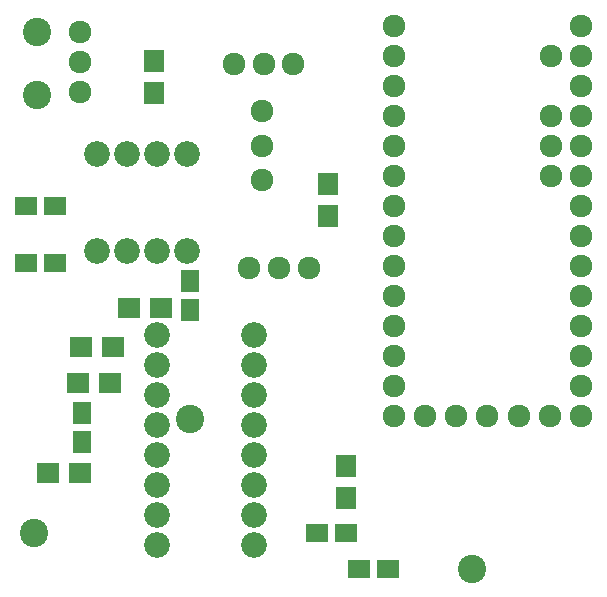
<source format=gbr>
G04 #@! TF.FileFunction,Soldermask,Top*
%FSLAX46Y46*%
G04 Gerber Fmt 4.6, Leading zero omitted, Abs format (unit mm)*
G04 Created by KiCad (PCBNEW 4.0.7) date 10/29/17 06:02:24*
%MOMM*%
%LPD*%
G01*
G04 APERTURE LIST*
%ADD10C,0.100000*%
%ADD11C,2.180000*%
%ADD12C,1.924000*%
%ADD13R,1.900000X1.650000*%
%ADD14R,1.650000X1.900000*%
%ADD15R,1.700000X1.900000*%
%ADD16R,1.900000X1.700000*%
%ADD17C,2.178000*%
%ADD18C,2.400000*%
G04 APERTURE END LIST*
D10*
D11*
X110678000Y-67117000D03*
X110678000Y-69657000D03*
X110678000Y-72197000D03*
X110678000Y-74737000D03*
X110678000Y-77277000D03*
X110678000Y-79817000D03*
X110678000Y-82357000D03*
X110678000Y-84897000D03*
X118938000Y-67117000D03*
X118938000Y-69657000D03*
X118938000Y-72197000D03*
X118938000Y-74737000D03*
X118938000Y-77277000D03*
X118938000Y-79817000D03*
X118938000Y-82357000D03*
X118938000Y-84897000D03*
D12*
X119596000Y-51054000D03*
X119634000Y-48154000D03*
X119634000Y-53954000D03*
D13*
X102088000Y-56134000D03*
X99588000Y-56134000D03*
X102088000Y-60960000D03*
X99588000Y-60960000D03*
D14*
X113538000Y-62504000D03*
X113538000Y-65004000D03*
D13*
X124226000Y-83820000D03*
X126726000Y-83820000D03*
D14*
X104394000Y-73680000D03*
X104394000Y-76180000D03*
D13*
X130282000Y-86868000D03*
X127782000Y-86868000D03*
D15*
X110490000Y-46562000D03*
X110490000Y-43862000D03*
D16*
X108378000Y-64770000D03*
X111078000Y-64770000D03*
D15*
X125222000Y-54276000D03*
X125222000Y-56976000D03*
X126746000Y-78152000D03*
X126746000Y-80852000D03*
D16*
X101520000Y-78740000D03*
X104220000Y-78740000D03*
X106760000Y-71120000D03*
X104060000Y-71120000D03*
X107014000Y-68072000D03*
X104314000Y-68072000D03*
D12*
X146604000Y-40894000D03*
X146604000Y-43434000D03*
X146604000Y-45974000D03*
X146604000Y-48514000D03*
X146604000Y-51054000D03*
X146604000Y-53594000D03*
X146604000Y-56134000D03*
X146604000Y-58674000D03*
X146604000Y-61214000D03*
X146604000Y-63754000D03*
X146604000Y-66294000D03*
X146604000Y-68834000D03*
X146604000Y-71374000D03*
X146604000Y-73914000D03*
X130764000Y-40894000D03*
X130764000Y-43434000D03*
X130764000Y-45974000D03*
X130764000Y-48514000D03*
X130764000Y-51054000D03*
X130764000Y-53594000D03*
X130764000Y-56134000D03*
X130764000Y-58674000D03*
X130764000Y-61214000D03*
X130764000Y-63754000D03*
X130764000Y-66294000D03*
X130764000Y-68834000D03*
X130764000Y-71374000D03*
X130764000Y-73914000D03*
X133404000Y-73914000D03*
X136044000Y-73914000D03*
X138684000Y-73914000D03*
X141324000Y-73914000D03*
X143964000Y-73914000D03*
X144064000Y-43434000D03*
X144064000Y-48514000D03*
X144064000Y-51054000D03*
X144064000Y-53594000D03*
X104180000Y-46482000D03*
X104180000Y-43942000D03*
X104180000Y-41402000D03*
D17*
X113284000Y-60007500D03*
X113284000Y-51752500D03*
X110744000Y-60007500D03*
X108204000Y-60007500D03*
X105664000Y-60007500D03*
X110744000Y-51752500D03*
X108204000Y-51752500D03*
X105664000Y-51752500D03*
D18*
X100330000Y-83820000D03*
X100584000Y-41402000D03*
D12*
X122258000Y-44120000D03*
X119758000Y-44120000D03*
X117258000Y-44120000D03*
X118534000Y-61392000D03*
X121034000Y-61392000D03*
X123534000Y-61392000D03*
D18*
X100584000Y-46736000D03*
X113538000Y-74168000D03*
X137414000Y-86868000D03*
M02*

</source>
